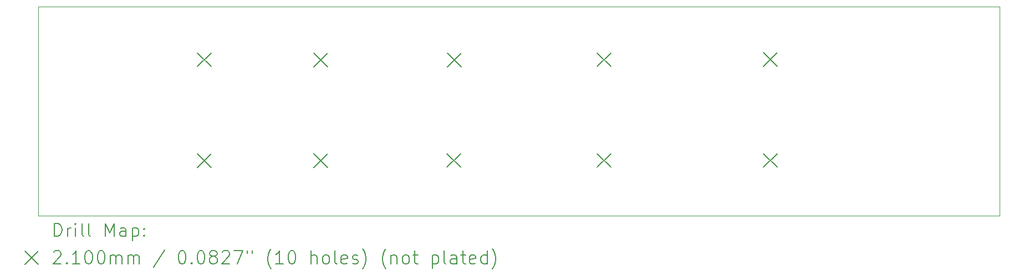
<source format=gbr>
%TF.GenerationSoftware,KiCad,Pcbnew,7.0.1*%
%TF.CreationDate,2023-10-11T18:59:45-05:00*%
%TF.ProjectId,Touch_Board,546f7563-685f-4426-9f61-72642e6b6963,1*%
%TF.SameCoordinates,Original*%
%TF.FileFunction,Drillmap*%
%TF.FilePolarity,Positive*%
%FSLAX45Y45*%
G04 Gerber Fmt 4.5, Leading zero omitted, Abs format (unit mm)*
G04 Created by KiCad (PCBNEW 7.0.1) date 2023-10-11 18:59:45*
%MOMM*%
%LPD*%
G01*
G04 APERTURE LIST*
%ADD10C,0.100000*%
%ADD11C,0.200000*%
%ADD12C,0.210000*%
G04 APERTURE END LIST*
D10*
X28338550Y-5200000D02*
X13661450Y-5200000D01*
X13661450Y-2000000D02*
X28338550Y-2000000D01*
X13661450Y-2000000D02*
X13661450Y-2000000D01*
X13661450Y-5200000D02*
X13661450Y-2000000D01*
X28338550Y-2000000D02*
X28338550Y-5200000D01*
D11*
D12*
X16085950Y-4252400D02*
X16295950Y-4462400D01*
X16295950Y-4252400D02*
X16085950Y-4462400D01*
X16086950Y-2709400D02*
X16296950Y-2919400D01*
X16296950Y-2709400D02*
X16086950Y-2919400D01*
X17865950Y-4255400D02*
X18075950Y-4465400D01*
X18075950Y-4255400D02*
X17865950Y-4465400D01*
X17866950Y-2710400D02*
X18076950Y-2920400D01*
X18076950Y-2710400D02*
X17866950Y-2920400D01*
X19901950Y-4250400D02*
X20111950Y-4460400D01*
X20111950Y-4250400D02*
X19901950Y-4460400D01*
X19905950Y-2712400D02*
X20115950Y-2922400D01*
X20115950Y-2712400D02*
X19905950Y-2922400D01*
X22193950Y-4249400D02*
X22403950Y-4459400D01*
X22403950Y-4249400D02*
X22193950Y-4459400D01*
X22194950Y-2708400D02*
X22404950Y-2918400D01*
X22404950Y-2708400D02*
X22194950Y-2918400D01*
X24731950Y-2702400D02*
X24941950Y-2912400D01*
X24941950Y-2702400D02*
X24731950Y-2912400D01*
X24735950Y-4250400D02*
X24945950Y-4460400D01*
X24945950Y-4250400D02*
X24735950Y-4460400D01*
D11*
X13904069Y-5517524D02*
X13904069Y-5317524D01*
X13904069Y-5317524D02*
X13951688Y-5317524D01*
X13951688Y-5317524D02*
X13980259Y-5327048D01*
X13980259Y-5327048D02*
X13999307Y-5346095D01*
X13999307Y-5346095D02*
X14008831Y-5365143D01*
X14008831Y-5365143D02*
X14018355Y-5403238D01*
X14018355Y-5403238D02*
X14018355Y-5431810D01*
X14018355Y-5431810D02*
X14008831Y-5469905D01*
X14008831Y-5469905D02*
X13999307Y-5488952D01*
X13999307Y-5488952D02*
X13980259Y-5508000D01*
X13980259Y-5508000D02*
X13951688Y-5517524D01*
X13951688Y-5517524D02*
X13904069Y-5517524D01*
X14104069Y-5517524D02*
X14104069Y-5384190D01*
X14104069Y-5422286D02*
X14113593Y-5403238D01*
X14113593Y-5403238D02*
X14123117Y-5393714D01*
X14123117Y-5393714D02*
X14142164Y-5384190D01*
X14142164Y-5384190D02*
X14161212Y-5384190D01*
X14227878Y-5517524D02*
X14227878Y-5384190D01*
X14227878Y-5317524D02*
X14218355Y-5327048D01*
X14218355Y-5327048D02*
X14227878Y-5336571D01*
X14227878Y-5336571D02*
X14237402Y-5327048D01*
X14237402Y-5327048D02*
X14227878Y-5317524D01*
X14227878Y-5317524D02*
X14227878Y-5336571D01*
X14351688Y-5517524D02*
X14332640Y-5508000D01*
X14332640Y-5508000D02*
X14323117Y-5488952D01*
X14323117Y-5488952D02*
X14323117Y-5317524D01*
X14456450Y-5517524D02*
X14437402Y-5508000D01*
X14437402Y-5508000D02*
X14427878Y-5488952D01*
X14427878Y-5488952D02*
X14427878Y-5317524D01*
X14685021Y-5517524D02*
X14685021Y-5317524D01*
X14685021Y-5317524D02*
X14751688Y-5460381D01*
X14751688Y-5460381D02*
X14818355Y-5317524D01*
X14818355Y-5317524D02*
X14818355Y-5517524D01*
X14999307Y-5517524D02*
X14999307Y-5412762D01*
X14999307Y-5412762D02*
X14989783Y-5393714D01*
X14989783Y-5393714D02*
X14970736Y-5384190D01*
X14970736Y-5384190D02*
X14932640Y-5384190D01*
X14932640Y-5384190D02*
X14913593Y-5393714D01*
X14999307Y-5508000D02*
X14980259Y-5517524D01*
X14980259Y-5517524D02*
X14932640Y-5517524D01*
X14932640Y-5517524D02*
X14913593Y-5508000D01*
X14913593Y-5508000D02*
X14904069Y-5488952D01*
X14904069Y-5488952D02*
X14904069Y-5469905D01*
X14904069Y-5469905D02*
X14913593Y-5450857D01*
X14913593Y-5450857D02*
X14932640Y-5441333D01*
X14932640Y-5441333D02*
X14980259Y-5441333D01*
X14980259Y-5441333D02*
X14999307Y-5431810D01*
X15094545Y-5384190D02*
X15094545Y-5584190D01*
X15094545Y-5393714D02*
X15113593Y-5384190D01*
X15113593Y-5384190D02*
X15151688Y-5384190D01*
X15151688Y-5384190D02*
X15170736Y-5393714D01*
X15170736Y-5393714D02*
X15180259Y-5403238D01*
X15180259Y-5403238D02*
X15189783Y-5422286D01*
X15189783Y-5422286D02*
X15189783Y-5479429D01*
X15189783Y-5479429D02*
X15180259Y-5498476D01*
X15180259Y-5498476D02*
X15170736Y-5508000D01*
X15170736Y-5508000D02*
X15151688Y-5517524D01*
X15151688Y-5517524D02*
X15113593Y-5517524D01*
X15113593Y-5517524D02*
X15094545Y-5508000D01*
X15275498Y-5498476D02*
X15285021Y-5508000D01*
X15285021Y-5508000D02*
X15275498Y-5517524D01*
X15275498Y-5517524D02*
X15265974Y-5508000D01*
X15265974Y-5508000D02*
X15275498Y-5498476D01*
X15275498Y-5498476D02*
X15275498Y-5517524D01*
X15275498Y-5393714D02*
X15285021Y-5403238D01*
X15285021Y-5403238D02*
X15275498Y-5412762D01*
X15275498Y-5412762D02*
X15265974Y-5403238D01*
X15265974Y-5403238D02*
X15275498Y-5393714D01*
X15275498Y-5393714D02*
X15275498Y-5412762D01*
X13456450Y-5745000D02*
X13656450Y-5945000D01*
X13656450Y-5745000D02*
X13456450Y-5945000D01*
X13894545Y-5756571D02*
X13904069Y-5747048D01*
X13904069Y-5747048D02*
X13923117Y-5737524D01*
X13923117Y-5737524D02*
X13970736Y-5737524D01*
X13970736Y-5737524D02*
X13989783Y-5747048D01*
X13989783Y-5747048D02*
X13999307Y-5756571D01*
X13999307Y-5756571D02*
X14008831Y-5775619D01*
X14008831Y-5775619D02*
X14008831Y-5794667D01*
X14008831Y-5794667D02*
X13999307Y-5823238D01*
X13999307Y-5823238D02*
X13885021Y-5937524D01*
X13885021Y-5937524D02*
X14008831Y-5937524D01*
X14094545Y-5918476D02*
X14104069Y-5928000D01*
X14104069Y-5928000D02*
X14094545Y-5937524D01*
X14094545Y-5937524D02*
X14085021Y-5928000D01*
X14085021Y-5928000D02*
X14094545Y-5918476D01*
X14094545Y-5918476D02*
X14094545Y-5937524D01*
X14294545Y-5937524D02*
X14180259Y-5937524D01*
X14237402Y-5937524D02*
X14237402Y-5737524D01*
X14237402Y-5737524D02*
X14218355Y-5766095D01*
X14218355Y-5766095D02*
X14199307Y-5785143D01*
X14199307Y-5785143D02*
X14180259Y-5794667D01*
X14418355Y-5737524D02*
X14437402Y-5737524D01*
X14437402Y-5737524D02*
X14456450Y-5747048D01*
X14456450Y-5747048D02*
X14465974Y-5756571D01*
X14465974Y-5756571D02*
X14475498Y-5775619D01*
X14475498Y-5775619D02*
X14485021Y-5813714D01*
X14485021Y-5813714D02*
X14485021Y-5861333D01*
X14485021Y-5861333D02*
X14475498Y-5899428D01*
X14475498Y-5899428D02*
X14465974Y-5918476D01*
X14465974Y-5918476D02*
X14456450Y-5928000D01*
X14456450Y-5928000D02*
X14437402Y-5937524D01*
X14437402Y-5937524D02*
X14418355Y-5937524D01*
X14418355Y-5937524D02*
X14399307Y-5928000D01*
X14399307Y-5928000D02*
X14389783Y-5918476D01*
X14389783Y-5918476D02*
X14380259Y-5899428D01*
X14380259Y-5899428D02*
X14370736Y-5861333D01*
X14370736Y-5861333D02*
X14370736Y-5813714D01*
X14370736Y-5813714D02*
X14380259Y-5775619D01*
X14380259Y-5775619D02*
X14389783Y-5756571D01*
X14389783Y-5756571D02*
X14399307Y-5747048D01*
X14399307Y-5747048D02*
X14418355Y-5737524D01*
X14608831Y-5737524D02*
X14627879Y-5737524D01*
X14627879Y-5737524D02*
X14646926Y-5747048D01*
X14646926Y-5747048D02*
X14656450Y-5756571D01*
X14656450Y-5756571D02*
X14665974Y-5775619D01*
X14665974Y-5775619D02*
X14675498Y-5813714D01*
X14675498Y-5813714D02*
X14675498Y-5861333D01*
X14675498Y-5861333D02*
X14665974Y-5899428D01*
X14665974Y-5899428D02*
X14656450Y-5918476D01*
X14656450Y-5918476D02*
X14646926Y-5928000D01*
X14646926Y-5928000D02*
X14627879Y-5937524D01*
X14627879Y-5937524D02*
X14608831Y-5937524D01*
X14608831Y-5937524D02*
X14589783Y-5928000D01*
X14589783Y-5928000D02*
X14580259Y-5918476D01*
X14580259Y-5918476D02*
X14570736Y-5899428D01*
X14570736Y-5899428D02*
X14561212Y-5861333D01*
X14561212Y-5861333D02*
X14561212Y-5813714D01*
X14561212Y-5813714D02*
X14570736Y-5775619D01*
X14570736Y-5775619D02*
X14580259Y-5756571D01*
X14580259Y-5756571D02*
X14589783Y-5747048D01*
X14589783Y-5747048D02*
X14608831Y-5737524D01*
X14761212Y-5937524D02*
X14761212Y-5804190D01*
X14761212Y-5823238D02*
X14770736Y-5813714D01*
X14770736Y-5813714D02*
X14789783Y-5804190D01*
X14789783Y-5804190D02*
X14818355Y-5804190D01*
X14818355Y-5804190D02*
X14837402Y-5813714D01*
X14837402Y-5813714D02*
X14846926Y-5832762D01*
X14846926Y-5832762D02*
X14846926Y-5937524D01*
X14846926Y-5832762D02*
X14856450Y-5813714D01*
X14856450Y-5813714D02*
X14875498Y-5804190D01*
X14875498Y-5804190D02*
X14904069Y-5804190D01*
X14904069Y-5804190D02*
X14923117Y-5813714D01*
X14923117Y-5813714D02*
X14932640Y-5832762D01*
X14932640Y-5832762D02*
X14932640Y-5937524D01*
X15027879Y-5937524D02*
X15027879Y-5804190D01*
X15027879Y-5823238D02*
X15037402Y-5813714D01*
X15037402Y-5813714D02*
X15056450Y-5804190D01*
X15056450Y-5804190D02*
X15085021Y-5804190D01*
X15085021Y-5804190D02*
X15104069Y-5813714D01*
X15104069Y-5813714D02*
X15113593Y-5832762D01*
X15113593Y-5832762D02*
X15113593Y-5937524D01*
X15113593Y-5832762D02*
X15123117Y-5813714D01*
X15123117Y-5813714D02*
X15142164Y-5804190D01*
X15142164Y-5804190D02*
X15170736Y-5804190D01*
X15170736Y-5804190D02*
X15189783Y-5813714D01*
X15189783Y-5813714D02*
X15199307Y-5832762D01*
X15199307Y-5832762D02*
X15199307Y-5937524D01*
X15589783Y-5728000D02*
X15418355Y-5985143D01*
X15846926Y-5737524D02*
X15865974Y-5737524D01*
X15865974Y-5737524D02*
X15885022Y-5747048D01*
X15885022Y-5747048D02*
X15894545Y-5756571D01*
X15894545Y-5756571D02*
X15904069Y-5775619D01*
X15904069Y-5775619D02*
X15913593Y-5813714D01*
X15913593Y-5813714D02*
X15913593Y-5861333D01*
X15913593Y-5861333D02*
X15904069Y-5899428D01*
X15904069Y-5899428D02*
X15894545Y-5918476D01*
X15894545Y-5918476D02*
X15885022Y-5928000D01*
X15885022Y-5928000D02*
X15865974Y-5937524D01*
X15865974Y-5937524D02*
X15846926Y-5937524D01*
X15846926Y-5937524D02*
X15827879Y-5928000D01*
X15827879Y-5928000D02*
X15818355Y-5918476D01*
X15818355Y-5918476D02*
X15808831Y-5899428D01*
X15808831Y-5899428D02*
X15799307Y-5861333D01*
X15799307Y-5861333D02*
X15799307Y-5813714D01*
X15799307Y-5813714D02*
X15808831Y-5775619D01*
X15808831Y-5775619D02*
X15818355Y-5756571D01*
X15818355Y-5756571D02*
X15827879Y-5747048D01*
X15827879Y-5747048D02*
X15846926Y-5737524D01*
X15999307Y-5918476D02*
X16008831Y-5928000D01*
X16008831Y-5928000D02*
X15999307Y-5937524D01*
X15999307Y-5937524D02*
X15989783Y-5928000D01*
X15989783Y-5928000D02*
X15999307Y-5918476D01*
X15999307Y-5918476D02*
X15999307Y-5937524D01*
X16132641Y-5737524D02*
X16151688Y-5737524D01*
X16151688Y-5737524D02*
X16170736Y-5747048D01*
X16170736Y-5747048D02*
X16180260Y-5756571D01*
X16180260Y-5756571D02*
X16189783Y-5775619D01*
X16189783Y-5775619D02*
X16199307Y-5813714D01*
X16199307Y-5813714D02*
X16199307Y-5861333D01*
X16199307Y-5861333D02*
X16189783Y-5899428D01*
X16189783Y-5899428D02*
X16180260Y-5918476D01*
X16180260Y-5918476D02*
X16170736Y-5928000D01*
X16170736Y-5928000D02*
X16151688Y-5937524D01*
X16151688Y-5937524D02*
X16132641Y-5937524D01*
X16132641Y-5937524D02*
X16113593Y-5928000D01*
X16113593Y-5928000D02*
X16104069Y-5918476D01*
X16104069Y-5918476D02*
X16094545Y-5899428D01*
X16094545Y-5899428D02*
X16085022Y-5861333D01*
X16085022Y-5861333D02*
X16085022Y-5813714D01*
X16085022Y-5813714D02*
X16094545Y-5775619D01*
X16094545Y-5775619D02*
X16104069Y-5756571D01*
X16104069Y-5756571D02*
X16113593Y-5747048D01*
X16113593Y-5747048D02*
X16132641Y-5737524D01*
X16313593Y-5823238D02*
X16294545Y-5813714D01*
X16294545Y-5813714D02*
X16285022Y-5804190D01*
X16285022Y-5804190D02*
X16275498Y-5785143D01*
X16275498Y-5785143D02*
X16275498Y-5775619D01*
X16275498Y-5775619D02*
X16285022Y-5756571D01*
X16285022Y-5756571D02*
X16294545Y-5747048D01*
X16294545Y-5747048D02*
X16313593Y-5737524D01*
X16313593Y-5737524D02*
X16351688Y-5737524D01*
X16351688Y-5737524D02*
X16370736Y-5747048D01*
X16370736Y-5747048D02*
X16380260Y-5756571D01*
X16380260Y-5756571D02*
X16389783Y-5775619D01*
X16389783Y-5775619D02*
X16389783Y-5785143D01*
X16389783Y-5785143D02*
X16380260Y-5804190D01*
X16380260Y-5804190D02*
X16370736Y-5813714D01*
X16370736Y-5813714D02*
X16351688Y-5823238D01*
X16351688Y-5823238D02*
X16313593Y-5823238D01*
X16313593Y-5823238D02*
X16294545Y-5832762D01*
X16294545Y-5832762D02*
X16285022Y-5842286D01*
X16285022Y-5842286D02*
X16275498Y-5861333D01*
X16275498Y-5861333D02*
X16275498Y-5899428D01*
X16275498Y-5899428D02*
X16285022Y-5918476D01*
X16285022Y-5918476D02*
X16294545Y-5928000D01*
X16294545Y-5928000D02*
X16313593Y-5937524D01*
X16313593Y-5937524D02*
X16351688Y-5937524D01*
X16351688Y-5937524D02*
X16370736Y-5928000D01*
X16370736Y-5928000D02*
X16380260Y-5918476D01*
X16380260Y-5918476D02*
X16389783Y-5899428D01*
X16389783Y-5899428D02*
X16389783Y-5861333D01*
X16389783Y-5861333D02*
X16380260Y-5842286D01*
X16380260Y-5842286D02*
X16370736Y-5832762D01*
X16370736Y-5832762D02*
X16351688Y-5823238D01*
X16465974Y-5756571D02*
X16475498Y-5747048D01*
X16475498Y-5747048D02*
X16494545Y-5737524D01*
X16494545Y-5737524D02*
X16542164Y-5737524D01*
X16542164Y-5737524D02*
X16561212Y-5747048D01*
X16561212Y-5747048D02*
X16570736Y-5756571D01*
X16570736Y-5756571D02*
X16580260Y-5775619D01*
X16580260Y-5775619D02*
X16580260Y-5794667D01*
X16580260Y-5794667D02*
X16570736Y-5823238D01*
X16570736Y-5823238D02*
X16456450Y-5937524D01*
X16456450Y-5937524D02*
X16580260Y-5937524D01*
X16646926Y-5737524D02*
X16780260Y-5737524D01*
X16780260Y-5737524D02*
X16694545Y-5937524D01*
X16846926Y-5737524D02*
X16846926Y-5775619D01*
X16923117Y-5737524D02*
X16923117Y-5775619D01*
X17218355Y-6013714D02*
X17208831Y-6004190D01*
X17208831Y-6004190D02*
X17189784Y-5975619D01*
X17189784Y-5975619D02*
X17180260Y-5956571D01*
X17180260Y-5956571D02*
X17170736Y-5928000D01*
X17170736Y-5928000D02*
X17161212Y-5880381D01*
X17161212Y-5880381D02*
X17161212Y-5842286D01*
X17161212Y-5842286D02*
X17170736Y-5794667D01*
X17170736Y-5794667D02*
X17180260Y-5766095D01*
X17180260Y-5766095D02*
X17189784Y-5747048D01*
X17189784Y-5747048D02*
X17208831Y-5718476D01*
X17208831Y-5718476D02*
X17218355Y-5708952D01*
X17399307Y-5937524D02*
X17285022Y-5937524D01*
X17342165Y-5937524D02*
X17342165Y-5737524D01*
X17342165Y-5737524D02*
X17323117Y-5766095D01*
X17323117Y-5766095D02*
X17304069Y-5785143D01*
X17304069Y-5785143D02*
X17285022Y-5794667D01*
X17523117Y-5737524D02*
X17542165Y-5737524D01*
X17542165Y-5737524D02*
X17561212Y-5747048D01*
X17561212Y-5747048D02*
X17570736Y-5756571D01*
X17570736Y-5756571D02*
X17580260Y-5775619D01*
X17580260Y-5775619D02*
X17589784Y-5813714D01*
X17589784Y-5813714D02*
X17589784Y-5861333D01*
X17589784Y-5861333D02*
X17580260Y-5899428D01*
X17580260Y-5899428D02*
X17570736Y-5918476D01*
X17570736Y-5918476D02*
X17561212Y-5928000D01*
X17561212Y-5928000D02*
X17542165Y-5937524D01*
X17542165Y-5937524D02*
X17523117Y-5937524D01*
X17523117Y-5937524D02*
X17504069Y-5928000D01*
X17504069Y-5928000D02*
X17494546Y-5918476D01*
X17494546Y-5918476D02*
X17485022Y-5899428D01*
X17485022Y-5899428D02*
X17475498Y-5861333D01*
X17475498Y-5861333D02*
X17475498Y-5813714D01*
X17475498Y-5813714D02*
X17485022Y-5775619D01*
X17485022Y-5775619D02*
X17494546Y-5756571D01*
X17494546Y-5756571D02*
X17504069Y-5747048D01*
X17504069Y-5747048D02*
X17523117Y-5737524D01*
X17827879Y-5937524D02*
X17827879Y-5737524D01*
X17913593Y-5937524D02*
X17913593Y-5832762D01*
X17913593Y-5832762D02*
X17904069Y-5813714D01*
X17904069Y-5813714D02*
X17885022Y-5804190D01*
X17885022Y-5804190D02*
X17856450Y-5804190D01*
X17856450Y-5804190D02*
X17837403Y-5813714D01*
X17837403Y-5813714D02*
X17827879Y-5823238D01*
X18037403Y-5937524D02*
X18018355Y-5928000D01*
X18018355Y-5928000D02*
X18008831Y-5918476D01*
X18008831Y-5918476D02*
X17999308Y-5899428D01*
X17999308Y-5899428D02*
X17999308Y-5842286D01*
X17999308Y-5842286D02*
X18008831Y-5823238D01*
X18008831Y-5823238D02*
X18018355Y-5813714D01*
X18018355Y-5813714D02*
X18037403Y-5804190D01*
X18037403Y-5804190D02*
X18065974Y-5804190D01*
X18065974Y-5804190D02*
X18085022Y-5813714D01*
X18085022Y-5813714D02*
X18094546Y-5823238D01*
X18094546Y-5823238D02*
X18104069Y-5842286D01*
X18104069Y-5842286D02*
X18104069Y-5899428D01*
X18104069Y-5899428D02*
X18094546Y-5918476D01*
X18094546Y-5918476D02*
X18085022Y-5928000D01*
X18085022Y-5928000D02*
X18065974Y-5937524D01*
X18065974Y-5937524D02*
X18037403Y-5937524D01*
X18218355Y-5937524D02*
X18199308Y-5928000D01*
X18199308Y-5928000D02*
X18189784Y-5908952D01*
X18189784Y-5908952D02*
X18189784Y-5737524D01*
X18370736Y-5928000D02*
X18351689Y-5937524D01*
X18351689Y-5937524D02*
X18313593Y-5937524D01*
X18313593Y-5937524D02*
X18294546Y-5928000D01*
X18294546Y-5928000D02*
X18285022Y-5908952D01*
X18285022Y-5908952D02*
X18285022Y-5832762D01*
X18285022Y-5832762D02*
X18294546Y-5813714D01*
X18294546Y-5813714D02*
X18313593Y-5804190D01*
X18313593Y-5804190D02*
X18351689Y-5804190D01*
X18351689Y-5804190D02*
X18370736Y-5813714D01*
X18370736Y-5813714D02*
X18380260Y-5832762D01*
X18380260Y-5832762D02*
X18380260Y-5851809D01*
X18380260Y-5851809D02*
X18285022Y-5870857D01*
X18456450Y-5928000D02*
X18475498Y-5937524D01*
X18475498Y-5937524D02*
X18513593Y-5937524D01*
X18513593Y-5937524D02*
X18532641Y-5928000D01*
X18532641Y-5928000D02*
X18542165Y-5908952D01*
X18542165Y-5908952D02*
X18542165Y-5899428D01*
X18542165Y-5899428D02*
X18532641Y-5880381D01*
X18532641Y-5880381D02*
X18513593Y-5870857D01*
X18513593Y-5870857D02*
X18485022Y-5870857D01*
X18485022Y-5870857D02*
X18465974Y-5861333D01*
X18465974Y-5861333D02*
X18456450Y-5842286D01*
X18456450Y-5842286D02*
X18456450Y-5832762D01*
X18456450Y-5832762D02*
X18465974Y-5813714D01*
X18465974Y-5813714D02*
X18485022Y-5804190D01*
X18485022Y-5804190D02*
X18513593Y-5804190D01*
X18513593Y-5804190D02*
X18532641Y-5813714D01*
X18608831Y-6013714D02*
X18618355Y-6004190D01*
X18618355Y-6004190D02*
X18637403Y-5975619D01*
X18637403Y-5975619D02*
X18646927Y-5956571D01*
X18646927Y-5956571D02*
X18656450Y-5928000D01*
X18656450Y-5928000D02*
X18665974Y-5880381D01*
X18665974Y-5880381D02*
X18665974Y-5842286D01*
X18665974Y-5842286D02*
X18656450Y-5794667D01*
X18656450Y-5794667D02*
X18646927Y-5766095D01*
X18646927Y-5766095D02*
X18637403Y-5747048D01*
X18637403Y-5747048D02*
X18618355Y-5718476D01*
X18618355Y-5718476D02*
X18608831Y-5708952D01*
X18970736Y-6013714D02*
X18961212Y-6004190D01*
X18961212Y-6004190D02*
X18942165Y-5975619D01*
X18942165Y-5975619D02*
X18932641Y-5956571D01*
X18932641Y-5956571D02*
X18923117Y-5928000D01*
X18923117Y-5928000D02*
X18913593Y-5880381D01*
X18913593Y-5880381D02*
X18913593Y-5842286D01*
X18913593Y-5842286D02*
X18923117Y-5794667D01*
X18923117Y-5794667D02*
X18932641Y-5766095D01*
X18932641Y-5766095D02*
X18942165Y-5747048D01*
X18942165Y-5747048D02*
X18961212Y-5718476D01*
X18961212Y-5718476D02*
X18970736Y-5708952D01*
X19046927Y-5804190D02*
X19046927Y-5937524D01*
X19046927Y-5823238D02*
X19056450Y-5813714D01*
X19056450Y-5813714D02*
X19075498Y-5804190D01*
X19075498Y-5804190D02*
X19104070Y-5804190D01*
X19104070Y-5804190D02*
X19123117Y-5813714D01*
X19123117Y-5813714D02*
X19132641Y-5832762D01*
X19132641Y-5832762D02*
X19132641Y-5937524D01*
X19256450Y-5937524D02*
X19237403Y-5928000D01*
X19237403Y-5928000D02*
X19227879Y-5918476D01*
X19227879Y-5918476D02*
X19218355Y-5899428D01*
X19218355Y-5899428D02*
X19218355Y-5842286D01*
X19218355Y-5842286D02*
X19227879Y-5823238D01*
X19227879Y-5823238D02*
X19237403Y-5813714D01*
X19237403Y-5813714D02*
X19256450Y-5804190D01*
X19256450Y-5804190D02*
X19285022Y-5804190D01*
X19285022Y-5804190D02*
X19304070Y-5813714D01*
X19304070Y-5813714D02*
X19313593Y-5823238D01*
X19313593Y-5823238D02*
X19323117Y-5842286D01*
X19323117Y-5842286D02*
X19323117Y-5899428D01*
X19323117Y-5899428D02*
X19313593Y-5918476D01*
X19313593Y-5918476D02*
X19304070Y-5928000D01*
X19304070Y-5928000D02*
X19285022Y-5937524D01*
X19285022Y-5937524D02*
X19256450Y-5937524D01*
X19380260Y-5804190D02*
X19456450Y-5804190D01*
X19408831Y-5737524D02*
X19408831Y-5908952D01*
X19408831Y-5908952D02*
X19418355Y-5928000D01*
X19418355Y-5928000D02*
X19437403Y-5937524D01*
X19437403Y-5937524D02*
X19456450Y-5937524D01*
X19675498Y-5804190D02*
X19675498Y-6004190D01*
X19675498Y-5813714D02*
X19694546Y-5804190D01*
X19694546Y-5804190D02*
X19732641Y-5804190D01*
X19732641Y-5804190D02*
X19751689Y-5813714D01*
X19751689Y-5813714D02*
X19761212Y-5823238D01*
X19761212Y-5823238D02*
X19770736Y-5842286D01*
X19770736Y-5842286D02*
X19770736Y-5899428D01*
X19770736Y-5899428D02*
X19761212Y-5918476D01*
X19761212Y-5918476D02*
X19751689Y-5928000D01*
X19751689Y-5928000D02*
X19732641Y-5937524D01*
X19732641Y-5937524D02*
X19694546Y-5937524D01*
X19694546Y-5937524D02*
X19675498Y-5928000D01*
X19885022Y-5937524D02*
X19865974Y-5928000D01*
X19865974Y-5928000D02*
X19856451Y-5908952D01*
X19856451Y-5908952D02*
X19856451Y-5737524D01*
X20046927Y-5937524D02*
X20046927Y-5832762D01*
X20046927Y-5832762D02*
X20037403Y-5813714D01*
X20037403Y-5813714D02*
X20018355Y-5804190D01*
X20018355Y-5804190D02*
X19980260Y-5804190D01*
X19980260Y-5804190D02*
X19961212Y-5813714D01*
X20046927Y-5928000D02*
X20027879Y-5937524D01*
X20027879Y-5937524D02*
X19980260Y-5937524D01*
X19980260Y-5937524D02*
X19961212Y-5928000D01*
X19961212Y-5928000D02*
X19951689Y-5908952D01*
X19951689Y-5908952D02*
X19951689Y-5889905D01*
X19951689Y-5889905D02*
X19961212Y-5870857D01*
X19961212Y-5870857D02*
X19980260Y-5861333D01*
X19980260Y-5861333D02*
X20027879Y-5861333D01*
X20027879Y-5861333D02*
X20046927Y-5851809D01*
X20113593Y-5804190D02*
X20189784Y-5804190D01*
X20142165Y-5737524D02*
X20142165Y-5908952D01*
X20142165Y-5908952D02*
X20151689Y-5928000D01*
X20151689Y-5928000D02*
X20170736Y-5937524D01*
X20170736Y-5937524D02*
X20189784Y-5937524D01*
X20332641Y-5928000D02*
X20313593Y-5937524D01*
X20313593Y-5937524D02*
X20275498Y-5937524D01*
X20275498Y-5937524D02*
X20256451Y-5928000D01*
X20256451Y-5928000D02*
X20246927Y-5908952D01*
X20246927Y-5908952D02*
X20246927Y-5832762D01*
X20246927Y-5832762D02*
X20256451Y-5813714D01*
X20256451Y-5813714D02*
X20275498Y-5804190D01*
X20275498Y-5804190D02*
X20313593Y-5804190D01*
X20313593Y-5804190D02*
X20332641Y-5813714D01*
X20332641Y-5813714D02*
X20342165Y-5832762D01*
X20342165Y-5832762D02*
X20342165Y-5851809D01*
X20342165Y-5851809D02*
X20246927Y-5870857D01*
X20513593Y-5937524D02*
X20513593Y-5737524D01*
X20513593Y-5928000D02*
X20494546Y-5937524D01*
X20494546Y-5937524D02*
X20456451Y-5937524D01*
X20456451Y-5937524D02*
X20437403Y-5928000D01*
X20437403Y-5928000D02*
X20427879Y-5918476D01*
X20427879Y-5918476D02*
X20418355Y-5899428D01*
X20418355Y-5899428D02*
X20418355Y-5842286D01*
X20418355Y-5842286D02*
X20427879Y-5823238D01*
X20427879Y-5823238D02*
X20437403Y-5813714D01*
X20437403Y-5813714D02*
X20456451Y-5804190D01*
X20456451Y-5804190D02*
X20494546Y-5804190D01*
X20494546Y-5804190D02*
X20513593Y-5813714D01*
X20589784Y-6013714D02*
X20599308Y-6004190D01*
X20599308Y-6004190D02*
X20618355Y-5975619D01*
X20618355Y-5975619D02*
X20627879Y-5956571D01*
X20627879Y-5956571D02*
X20637403Y-5928000D01*
X20637403Y-5928000D02*
X20646927Y-5880381D01*
X20646927Y-5880381D02*
X20646927Y-5842286D01*
X20646927Y-5842286D02*
X20637403Y-5794667D01*
X20637403Y-5794667D02*
X20627879Y-5766095D01*
X20627879Y-5766095D02*
X20618355Y-5747048D01*
X20618355Y-5747048D02*
X20599308Y-5718476D01*
X20599308Y-5718476D02*
X20589784Y-5708952D01*
M02*

</source>
